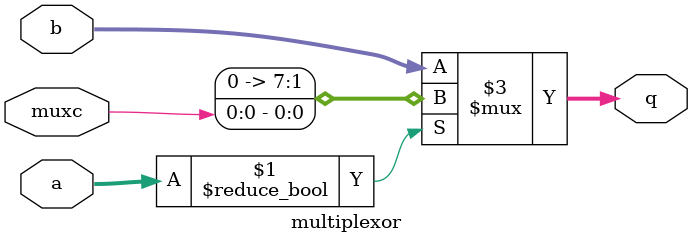
<source format=v>
module multiplexor(input[7:0] a, input[7:0] b, input muxc, output[7:0] q);
    assign q = a ? muxc : b;
endmodule
</source>
